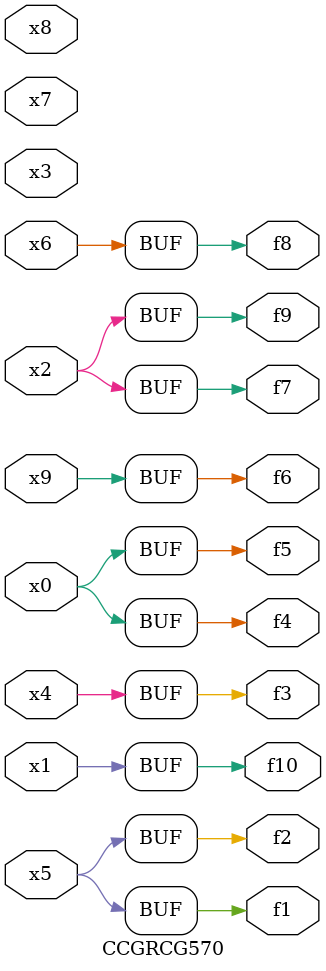
<source format=v>
module CCGRCG570(
	input x0, x1, x2, x3, x4, x5, x6, x7, x8, x9,
	output f1, f2, f3, f4, f5, f6, f7, f8, f9, f10
);
	assign f1 = x5;
	assign f2 = x5;
	assign f3 = x4;
	assign f4 = x0;
	assign f5 = x0;
	assign f6 = x9;
	assign f7 = x2;
	assign f8 = x6;
	assign f9 = x2;
	assign f10 = x1;
endmodule

</source>
